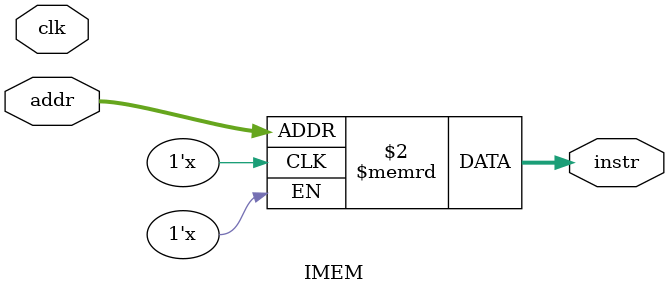
<source format=v>
`timescale 1ns / 1ps
module IMEM(clk,addr,instr);	
		input clk;
		input [10:0] addr;
		output reg [31:0] instr;
		reg [31:0] iram [2048:0];
		
		always @ (addr)
				instr = iram[addr];
		
//		IP_CORE_IMEM ip_core_imem(
//				.clka(clk),
//				.addra(addr),
//				.douta(instr)
//				);
				
endmodule

</source>
